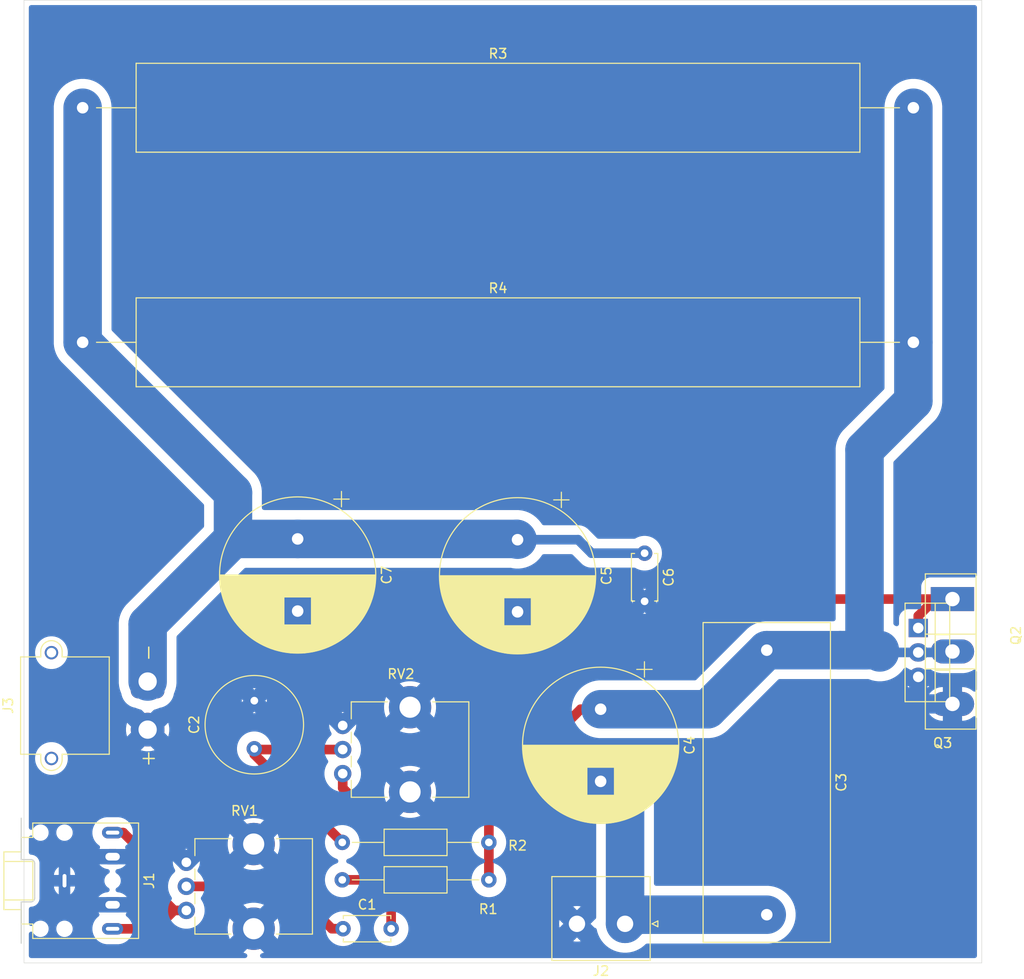
<source format=kicad_pcb>
(kicad_pcb (version 20241229) (generator "pcbnew") (generator_version "9.0")
  (layers (0 "F.Cu" signal) (2 "B.Cu" signal) (13 "F.Paste" user) (15 "B.Paste" user) (5 "F.SilkS" user "F.Silkscreen") (7 "B.SilkS" user "B.Silkscreen") (1 "F.Mask" user) (3 "B.Mask" user) (25 "Edge.Cuts" user))
  (net 0 "")
  (net 1 "Net-(C1-Pad1)")
  (net 2 "Net-(C1-Pad2)")
  (net 3 "Net-(C2-Pad1)")
  (net 4 "GND")
  (net 5 "Net-(J2-Pin_1)")
  (net 6 "VDD")
  (net 7 "Net-(J1-PadR)")
  (net 8 "Net-(Q2-D)")
  (net 9 "Net-(Q2-G)")
  (footprint "Package_TO_SOT_THT:TO-220-3_Vertical" (layer "F.Cu") (at 139.192 114.028 -90)
    (property "Reference" "Q3" (at 11.956 -2.54 180) (layer "F.SilkS"))
    (property "Value" "Q_NMOS_GDS")
    (pad "1" thru_hole rect (at 0 0 270) (size 1.905 2) (drill 1.1) (layers "*.Cu" "*.Mask") (net 9 "Net-(Q2-G)"))
    (pad "2" thru_hole oval (at 2.54 0 270) (size 1.905 2) (drill 1.1) (layers "*.Cu" "*.Mask") (net 8 "Net-(Q2-D)"))
    (pad "3" thru_hole oval (at 5.079999 0 270) (size 1.905 2) (drill 1.1) (layers "*.Cu" "*.Mask") (net 4 "GND"))
  )
  (footprint "Capacitor_THT:C_Disc_D4.7mm_W2.5mm_P5.00mm" (layer "F.Cu") (at 110.744 106.252 -90)
    (property "Reference" "C6" (at 2.5 -2.5 90) (layer "F.SilkS"))
    (property "Value" "C")
    (pad "1" thru_hole circle (at 0 0 270) (size 1.6 1.6) (drill 0.8) (layers "*.Cu" "*.Mask") (net 6 "VDD"))
    (pad "2" thru_hole circle (at 5 0 270) (size 1.6 1.6) (drill 0.8) (layers "*.Cu" "*.Mask") (net 4 "GND"))
  )
  (footprint "Package_TO_SOT_THT:TO-247-3_Vertical" (layer "F.Cu") (at 142.748 111.02 -90)
    (property "Reference" "Q2" (at 3.788 -6.604 90) (layer "F.SilkS"))
    (property "Value" "Q_NMOS_GDS")
    (pad "1" thru_hole rect (at 0 0 270) (size 2.5 4.5) (drill 1.5) (layers "*.Cu" "*.Mask") (net 9 "Net-(Q2-G)"))
    (pad "2" thru_hole oval (at 5.45 0 270) (size 2.5 4.5) (drill 1.5) (layers "*.Cu" "*.Mask") (net 8 "Net-(Q2-D)"))
    (pad "3" thru_hole oval (at 10.9 0 270) (size 2.5 4.5) (drill 1.5) (layers "*.Cu" "*.Mask") (net 4 "GND"))
  )
  (footprint "Resistor_THT:R_Axial_DIN0207_L6.3mm_D2.5mm_P15.24mm_Horizontal" (layer "F.Cu") (at 79.314 140.208)
    (property "Reference" "R1" (at 15.174 3.048 0) (layer "F.SilkS"))
    (property "Value" "R")
    (pad "1" thru_hole circle (at 0 0) (size 1.6 1.6) (drill 0.8) (layers "*.Cu" "*.Mask") (net 2 "Net-(C1-Pad2)"))
    (pad "2" thru_hole oval (at 15.24 0) (size 1.6 1.6) (drill 0.8) (layers "*.Cu" "*.Mask") (net 9 "Net-(Q2-G)"))
  )
  (footprint "Capacitor_THT:C_Rect_L33.0mm_W13.0mm_P27.50mm_MKS4" (layer "F.Cu") (at 123.444 116.332 -90)
    (property "Reference" "C3" (at 13.75 -7.75 90) (layer "F.SilkS"))
    (property "Value" "C")
    (pad "1" thru_hole circle (at 0 0 270) (size 2.4 2.4) (drill 1.2) (layers "*.Cu" "*.Mask") (net 8 "Net-(Q2-D)"))
    (pad "2" thru_hole circle (at 27.499999 0 270) (size 2.4 2.4) (drill 1.2) (layers "*.Cu" "*.Mask") (net 5 "Net-(J2-Pin_1)"))
  )
  (footprint "Capacitor_THT:C_Radial_D10.0mm_H20.0mm_P5.00mm" (layer "F.Cu") (at 70.17 126.584 90)
    (property "Reference" "C2" (at 2.5 -6.249999 90) (layer "F.SilkS"))
    (property "Value" "C_Polarized")
    (pad "1" thru_hole circle (at 0 0 90) (size 1.6 1.6) (drill 0.8) (layers "*.Cu" "*.Mask") (net 3 "Net-(C2-Pad1)"))
    (pad "2" thru_hole circle (at 5 0 90) (size 1.6 1.6) (drill 0.8) (layers "*.Cu" "*.Mask") (net 4 "GND"))
  )
  (footprint "Resistor_THT:R_Axial_Power_L75.0mm_W9.0mm_P86.36mm" (layer "F.Cu") (at 52.324 59.944)
    (property "Reference" "R3" (at 43.18 -5.62 0) (layer "F.SilkS"))
    (property "Value" "R")
    (pad "1" thru_hole circle (at 0 0) (size 2.4 2.4) (drill 1.2) (layers "*.Cu" "*.Mask") (net 6 "VDD"))
    (pad "2" thru_hole oval (at 86.36 0) (size 2.4 2.4) (drill 1.2) (layers "*.Cu" "*.Mask") (net 8 "Net-(Q2-D)"))
  )
  (footprint "Resistor_THT:R_Axial_Power_L75.0mm_W9.0mm_P86.36mm" (layer "F.Cu") (at 52.324 84.328)
    (property "Reference" "R4" (at 43.18 -5.62 0) (layer "F.SilkS"))
    (property "Value" "R")
    (pad "1" thru_hole circle (at 0 0) (size 2.4 2.4) (drill 1.2) (layers "*.Cu" "*.Mask") (net 6 "VDD"))
    (pad "2" thru_hole oval (at 86.36 0) (size 2.4 2.4) (drill 1.2) (layers "*.Cu" "*.Mask") (net 8 "Net-(Q2-D)"))
  )
  (footprint "Capacitor_THT:C_Disc_D4.7mm_W2.5mm_P5.00mm" (layer "F.Cu") (at 79.394 145.288)
    (property "Reference" "C1" (at 2.5 -2.5 0) (layer "F.SilkS"))
    (property "Value" "C")
    (pad "1" thru_hole circle (at 0 0) (size 1.6 1.6) (drill 0.8) (layers "*.Cu" "*.Mask") (net 1 "Net-(C1-Pad1)"))
    (pad "2" thru_hole circle (at 5 0) (size 1.6 1.6) (drill 0.8) (layers "*.Cu" "*.Mask") (net 2 "Net-(C1-Pad2)"))
  )
  (footprint "Potentiometer_THT:Potentiometer_Bourns_PTV09A-1_Single_Vertical" (layer "F.Cu") (at 79.36 129.164)
    (property "Reference" "RV2" (at 6.05 -10.35 0) (layer "F.SilkS"))
    (property "Value" "R_Potentiometer_MountingPin")
    (pad "1" thru_hole circle (at 0 0) (size 1.8 1.8) (drill 1) (layers "*.Cu" "*.Mask") (net 8 "Net-(Q2-D)"))
    (pad "2" thru_hole circle (at 0 -2.5) (size 1.8 1.8) (drill 1) (layers "*.Cu" "*.Mask") (net 3 "Net-(C2-Pad1)"))
    (pad "3" thru_hole circle (at 0 -5) (size 1.8 1.8) (drill 1) (layers "*.Cu" "*.Mask") (net 4 "GND"))
    (pad "MP" thru_hole circle (at 7 -6.9) (size 4.4 4.4) (drill 2.2) (layers "*.Cu" "*.Mask") (net 4 "GND"))
    (pad "MP" thru_hole circle (at 7 1.9) (size 4.4 4.4) (drill 2.2) (layers "*.Cu" "*.Mask") (net 4 "GND"))
  )
  (footprint "Potentiometer_THT:Potentiometer_Bourns_PTV09A-1_Single_Vertical" (layer "F.Cu") (at 63.104 143.388)
    (property "Reference" "RV1" (at 6.05 -10.35 0) (layer "F.SilkS"))
    (property "Value" "R_Potentiometer_MountingPin")
    (pad "1" thru_hole circle (at 0 0) (size 1.8 1.8) (drill 1) (layers "*.Cu" "*.Mask") (net 7 "Net-(J1-PadR)"))
    (pad "2" thru_hole circle (at 0 -2.5) (size 1.8 1.8) (drill 1) (layers "*.Cu" "*.Mask") (net 1 "Net-(C1-Pad1)"))
    (pad "3" thru_hole circle (at 0 -5) (size 1.8 1.8) (drill 1) (layers "*.Cu" "*.Mask") (net 4 "GND"))
    (pad "MP" thru_hole circle (at 7 -6.9) (size 4.4 4.4) (drill 2.2) (layers "*.Cu" "*.Mask") (net 4 "GND"))
    (pad "MP" thru_hole circle (at 7 1.9) (size 4.4 4.4) (drill 2.2) (layers "*.Cu" "*.Mask") (net 4 "GND"))
  )
  (footprint "Capacitor_THT:CP_Radial_D16.0mm_P7.50mm" (layer "F.Cu") (at 74.676 104.768 -90)
    (property "Reference" "C7" (at 3.75 -9.25 90) (layer "F.SilkS"))
    (property "Value" "C_Polarized")
    (pad "1" thru_hole rect (at 0 0 270) (size 2.4 2.4) (drill 1.2) (layers "*.Cu" "*.Mask") (net 6 "VDD"))
    (pad "2" thru_hole circle (at 7.5 0 270) (size 2.4 2.4) (drill 1.2) (layers "*.Cu" "*.Mask") (net 4 "GND"))
  )
  (footprint "Capacitor_THT:CP_Radial_D16.0mm_P7.50mm" (layer "F.Cu") (at 106.172 122.471246 -90)
    (property "Reference" "C4" (at 3.75 -9.25 90) (layer "F.SilkS"))
    (property "Value" "C_Polarized")
    (pad "1" thru_hole rect (at 0 0 270) (size 2.4 2.4) (drill 1.2) (layers "*.Cu" "*.Mask") (net 8 "Net-(Q2-D)"))
    (pad "2" thru_hole circle (at 7.5 0 270) (size 2.4 2.4) (drill 1.2) (layers "*.Cu" "*.Mask") (net 5 "Net-(J2-Pin_1)"))
  )
  (footprint "Capacitor_THT:CP_Radial_D16.0mm_P7.50mm" (layer "F.Cu") (at 97.536 104.848 -90)
    (property "Reference" "C5" (at 3.75 -9.25 90) (layer "F.SilkS"))
    (property "Value" "C_Polarized")
    (pad "1" thru_hole rect (at 0 0 270) (size 2.4 2.4) (drill 1.2) (layers "*.Cu" "*.Mask") (net 6 "VDD"))
    (pad "2" thru_hole circle (at 7.5 0 270) (size 2.4 2.4) (drill 1.2) (layers "*.Cu" "*.Mask") (net 4 "GND"))
  )
  (footprint "Connector_AMASS:AMASS_XT30PW-M_1x02_P2.50mm_Horizontal" (layer "F.Cu") (at 59.081 119.592 90)
    (property "Reference" "J3" (at -2.5 -14.5 90) (layer "F.SilkS"))
    (property "Value" "Conn_01x02")
    (fp_text user "-" (at 3 0 90) (layer "F.SilkS") (effects (font (size 1.5 1.5))))
    (fp_text user "+" (at -8 0 90) (layer "F.SilkS") (effects (font (size 1.5 1.5))))
    (pad "" thru_hole circle (at -8 -10 90) (size 1.4 1.4) (drill 1) (layers "*.Cu" "*.Mask"))
    (pad "" thru_hole circle (at 3 -10 90) (size 1.4 1.4) (drill 1) (layers "*.Cu" "*.Mask"))
    (pad "1" thru_hole roundrect (at 0 0 90) (size 3.5 3.5) (drill 1.9) (layers "*.Cu" "*.Mask") (roundrect_rratio 0.22) (net 6 "VDD"))
    (pad "2" thru_hole circle (at -5 0 90) (size 3.5 3.5) (drill 1.9) (layers "*.Cu" "*.Mask") (net 4 "GND"))
  )
  (footprint "Resistor_THT:R_Axial_DIN0207_L6.3mm_D2.5mm_P15.24mm_Horizontal" (layer "F.Cu") (at 79.314 136.316)
    (property "Reference" "R2" (at 18.222 0.336 0) (layer "F.SilkS"))
    (property "Value" "R")
    (pad "1" thru_hole circle (at 0 0) (size 1.6 1.6) (drill 0.8) (layers "*.Cu" "*.Mask") (net 3 "Net-(C2-Pad1)"))
    (pad "2" thru_hole oval (at 15.24 0) (size 1.6 1.6) (drill 0.8) (layers "*.Cu" "*.Mask") (net 9 "Net-(Q2-G)"))
  )
  (footprint "Connector_JST:JST_NV_B02P-NV_1x02_P5.00mm_Vertical" (layer "F.Cu") (at 108.712 144.78 180)
    (property "Reference" "J2" (at 2.5 -4.9 0) (layer "F.SilkS"))
    (property "Value" "Conn_01x02")
    (pad "1" thru_hole roundrect (at 0 0 180) (size 2.7 2.7) (drill 1.7) (layers "*.Cu" "*.Mask") (roundrect_rratio 0.092593) (net 5 "Net-(J2-Pin_1)"))
    (pad "2" thru_hole circle (at 5 0 180) (size 2.7 2.7) (drill 1.7) (layers "*.Cu" "*.Mask") (net 4 "GND"))
  )
  (footprint "Connector_Audio:Jack_3.5mm_CUI_SJ1-3525N_Horizontal" (layer "F.Cu") (at 50.438 140.3 -90)
    (property "Reference" "J1" (at 0 -8.8 90) (layer "F.SilkS"))
    (property "Value" "AudioJack3_SwitchTR")
    (fp_line (start -2.199999 4.5) (end -6.500001 4.5) (stroke (width 0.12)) (layer "Edge.Cuts"))
    (fp_line (start 2.199999 4.5) (end 6.500001 4.5) (stroke (width 0.12)) (layer "Edge.Cuts"))
    (fp_line (start -2.2 3.5) (end -2.199999 4.5) (stroke (width 0.12)) (layer "Edge.Cuts"))
    (fp_line (start 2.2 3.5) (end 2.199999 4.5) (stroke (width 0.12)) (layer "Edge.Cuts"))
    (fp_line (start 1.8 3.1) (end -1.8 3.1) (stroke (width 0.12)) (layer "Edge.Cuts"))
    (fp_arc (start -2.2 3.5) (mid -2.082842 3.217158) (end -1.8 3.1) (stroke (width 0.12)) (layer "Edge.Cuts"))
    (fp_arc (start 1.8 3.1) (mid 2.082843 3.217157) (end 2.2 3.5) (stroke (width 0.12)) (layer "Edge.Cuts"))
    (pad "" np_thru_hole circle (at -5 0 270) (size 1.2 1.2) (drill 1.2) (layers "*.Cu" "*.Mask"))
    (pad "" np_thru_hole circle (at -5 2.5 270) (size 1.2 1.2) (drill 1.2) (layers "*.Cu" "*.Mask"))
    (pad "" np_thru_hole circle (at 0 -5 270) (size 1.2 1.2) (drill 1.2) (layers "*.Cu" "*.Mask"))
    (pad "" np_thru_hole circle (at 5 0 270) (size 1.2 1.2) (drill 1.2) (layers "*.Cu" "*.Mask"))
    (pad "" np_thru_hole circle (at 5 2.5 270) (size 1.2 1.2) (drill 1.2) (layers "*.Cu" "*.Mask"))
    (pad "R" thru_hole oval (at -5 -5 270) (size 1.2 2.2) (drill oval 0.4 1.4) (layers "*.Cu" "*.Mask") (net 7 "Net-(J1-PadR)"))
    (pad "RN" thru_hole oval (at -2.5 -5 270) (size 1.6 2.3) (drill oval 0.8 1.5) (layers "*.Cu" "*.Mask") (net 4 "GND"))
    (pad "S" thru_hole oval (at 0 0 270) (size 2.2 1.2) (drill oval 1.4 0.4) (layers "*.Cu" "*.Mask") (net 4 "GND"))
    (pad "T" thru_hole oval (at 5 -5 90) (size 1.2 2.2) (drill oval 0.4 1.4) (layers "*.Cu" "*.Mask") (net 7 "Net-(J1-PadR)"))
    (pad "TN" thru_hole oval (at 2.5 -5 90) (size 1.6 2.5) (drill oval 0.8 1.5) (layers "*.Cu" "*.Mask") (net 4 "GND"))
  )
  (gr_rect (start 46.228 48.768) (end 145.796 148.844) (stroke (width 0.05)) (fill no) (layer "Edge.Cuts"))
  (segment (start 73.832 140.888) (end 78.232 145.288) (width 1) (layer "F.Cu") (net 1))
  (segment (start 78.232 145.288) (end 79.394 145.288) (width 1) (layer "F.Cu") (net 1))
  (segment (start 63.104 140.888) (end 73.832 140.888) (width 1) (layer "F.Cu") (net 1))
  (segment (start 82.296 140.208) (end 79.314 140.208) (width 1) (layer "F.Cu") (net 2))
  (segment (start 84.394 145.288) (end 84.394 142.306) (width 1) (layer "F.Cu") (net 2))
  (segment (start 84.394 142.306) (end 82.296 140.208) (width 1) (layer "F.Cu") (net 2))
  (segment (start 79.36 126.664) (end 70.25 126.664) (width 1) (layer "F.Cu") (net 3))
  (segment (start 70.25 126.664) (end 70.17 126.584) (width 1) (layer "F.Cu") (net 3))
  (segment (start 70.17 127.172) (end 70.17 126.584) (width 1) (layer "F.Cu") (net 3))
  (segment (start 79.314 136.316) (end 70.17 127.172) (width 1) (layer "F.Cu") (net 3))
  (segment (start 106.172 129.971246) (end 108.712 132.511246) (width 4) (layer "B.Cu") (net 5))
  (segment (start 123.444 143.831999) (end 109.660001 143.831999) (width 4) (layer "B.Cu") (net 5))
  (segment (start 108.712 132.511246) (end 108.712 144.78) (width 4) (layer "B.Cu") (net 5))
  (segment (start 109.660001 143.831999) (end 108.712 144.78) (width 4) (layer "B.Cu") (net 5))
  (segment (start 105.236 106.252) (end 103.832 104.848) (width 1) (layer "B.Cu") (net 6))
  (segment (start 52.324 84.328) (end 52.324 59.944) (width 4) (layer "B.Cu") (net 6))
  (segment (start 97.456 104.768) (end 97.536 104.848) (width 4) (layer "B.Cu") (net 6))
  (segment (start 59.081 119.592) (end 59.081 113.639) (width 4) (layer "B.Cu") (net 6))
  (segment (start 110.744 106.252) (end 105.236 106.252) (width 1) (layer "B.Cu") (net 6))
  (segment (start 59.081 113.639) (end 67.952 104.768) (width 4) (layer "B.Cu") (net 6))
  (segment (start 103.832 104.848) (end 97.536 104.848) (width 1) (layer "B.Cu") (net 6))
  (segment (start 74.676 104.768) (end 97.456 104.768) (width 4) (layer "B.Cu") (net 6))
  (segment (start 67.952 99.956) (end 67.952 104.768) (width 4) (layer "B.Cu") (net 6))
  (segment (start 52.324 84.328) (end 67.952 99.956) (width 4) (layer "B.Cu") (net 6))
  (segment (start 67.952 104.768) (end 74.676 104.768) (width 4) (layer "B.Cu") (net 6))
  (segment (start 58.928 140.484792) (end 61.831208 143.388) (width 1) (layer "F.Cu") (net 7))
  (segment (start 55.438 135.3) (end 56.542105 135.3) (width 1) (layer "F.Cu") (net 7))
  (segment (start 58.928 137.685895) (end 58.928 140.484792) (width 1) (layer "F.Cu") (net 7))
  (segment (start 55.438 145.3) (end 59.919208 145.3) (width 1) (layer "F.Cu") (net 7))
  (segment (start 59.919208 145.3) (end 61.831208 143.388) (width 1) (layer "F.Cu") (net 7))
  (segment (start 61.831208 143.388) (end 63.104 143.388) (width 1) (layer "F.Cu") (net 7))
  (segment (start 56.542105 135.3) (end 58.928 137.685895) (width 1) (layer "F.Cu") (net 7))
  (segment (start 104.096754 122.471246) (end 106.172 122.471246) (width 1) (layer "F.Cu") (net 8))
  (segment (start 98.552 128.016) (end 104.096754 122.471246) (width 1) (layer "F.Cu") (net 8))
  (segment (start 92.456 143.764) (end 96.52 143.764) (width 1) (layer "F.Cu") (net 8))
  (segment (start 79.36 130.668) (end 92.456 143.764) (width 1) (layer "F.Cu") (net 8))
  (segment (start 79.36 129.164) (end 79.36 130.668) (width 1) (layer "F.Cu") (net 8))
  (segment (start 96.52 143.764) (end 98.552 141.732) (width 1) (layer "F.Cu") (net 8))
  (segment (start 98.552 141.732) (end 98.552 128.016) (width 1) (layer "F.Cu") (net 8))
  (segment (start 106.172 122.471246) (end 117.304754 122.471246) (width 4) (layer "B.Cu") (net 8))
  (segment (start 131.064 116.332) (end 133.604 116.332) (width 4) (layer "B.Cu") (net 8))
  (segment (start 138.684 90.424) (end 133.604 95.504) (width 4) (layer "B.Cu") (net 8))
  (segment (start 142.748 116.47) (end 142.65 116.568) (width 1) (layer "B.Cu") (net 8))
  (segment (start 117.304754 122.471246) (end 123.444 116.332) (width 4) (layer "B.Cu") (net 8))
  (segment (start 131.064 116.332) (end 135.191 116.332) (width 4) (layer "B.Cu") (net 8))
  (segment (start 133.84 116.568) (end 133.604 116.332) (width 1) (layer "B.Cu") (net 8))
  (segment (start 133.604 95.504) (end 133.604 116.332) (width 4) (layer "B.Cu") (net 8))
  (segment (start 138.684 84.328) (end 138.684 90.424) (width 4) (layer "B.Cu") (net 8))
  (segment (start 139.192 116.568) (end 133.84 116.568) (width 1) (layer "B.Cu") (net 8))
  (segment (start 135.191 116.332) (end 135.191 116.568) (width 4) (layer "B.Cu") (net 8))
  (segment (start 138.684 59.944) (end 138.684 84.328) (width 4) (layer "B.Cu") (net 8))
  (segment (start 123.444 116.332) (end 131.064 116.332) (width 4) (layer "B.Cu") (net 8))
  (segment (start 142.65 116.568) (end 139.192 116.568) (width 1) (layer "B.Cu") (net 8))
  (segment (start 115.824 115.824) (end 120.628 111.02) (width 1) (layer "F.Cu") (net 9))
  (segment (start 142.748 111.02) (end 140.948 111.02) (width 1) (layer "F.Cu") (net 9))
  (segment (start 139.192 112.776) (end 139.192 114.028) (width 1) (layer "F.Cu") (net 9))
  (segment (start 120.628 111.02) (end 142.748 111.02) (width 1) (layer "F.Cu") (net 9))
  (segment (start 94.554 136.316) (end 94.554 126.934) (width 1) (layer "F.Cu") (net 9))
  (segment (start 105.664 115.824) (end 115.824 115.824) (width 1) (layer "F.Cu") (net 9))
  (segment (start 140.948 111.02) (end 139.192 112.776) (width 1) (layer "F.Cu") (net 9))
  (segment (start 94.554 126.934) (end 105.664 115.824) (width 1) (layer "F.Cu") (net 9))
  (segment (start 94.554 140.208) (end 94.554 136.316) (width 1) (layer "F.Cu") (net 9))
  (zone (net 4) (net_name "GND") (layer "B.Cu") (connect_pads (clearance 0.5)) (min_thickness 0.5) (fill yes (thermal_gap 0.5) (thermal_bridge_width 2))
    (polygon (pts (xy 46.228 48.768) (xy 145.796 48.768) (xy 145.796 148.844) (xy 46.228 148.844)))
  )
)
</source>
